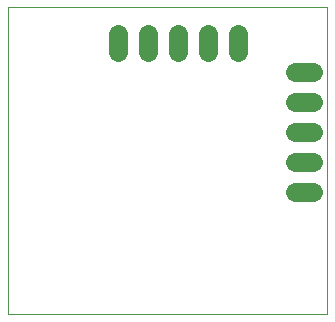
<source format=gbs>
G75*
G70*
%OFA0B0*%
%FSLAX24Y24*%
%IPPOS*%
%LPD*%
%AMOC8*
5,1,8,0,0,1.08239X$1,22.5*
%
%ADD10C,0.0000*%
%ADD11C,0.0640*%
D10*
X000100Y000100D02*
X010730Y000100D01*
X010730Y010336D01*
X000100Y010336D01*
X000100Y000100D01*
D11*
X003769Y008855D02*
X003769Y009455D01*
X004769Y009455D02*
X004769Y008855D01*
X005769Y008855D02*
X005769Y009455D01*
X006769Y009455D02*
X006769Y008855D01*
X007769Y008855D02*
X007769Y009455D01*
X009682Y008163D02*
X010282Y008163D01*
X010282Y007163D02*
X009682Y007163D01*
X009682Y006163D02*
X010282Y006163D01*
X010282Y005163D02*
X009682Y005163D01*
X009682Y004163D02*
X010282Y004163D01*
M02*

</source>
